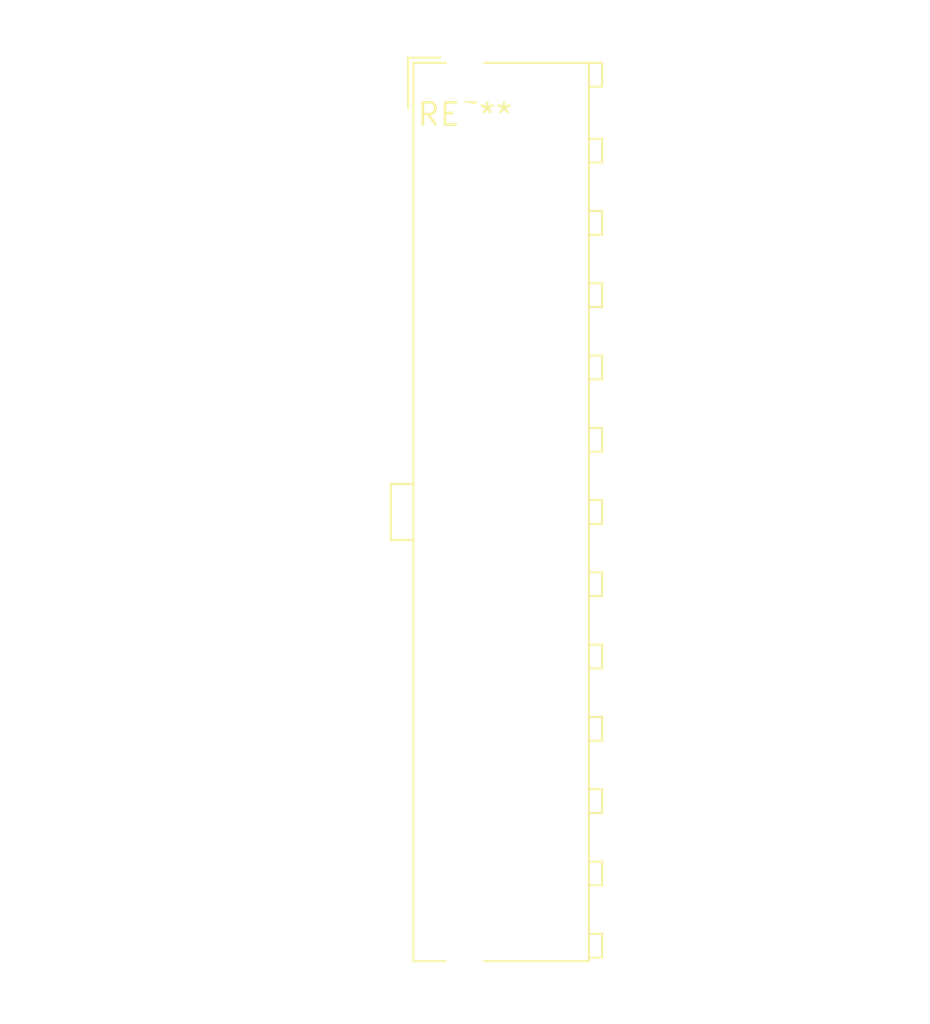
<source format=kicad_pcb>
(kicad_pcb (version 20240108) (generator pcbnew)
  (layers (0 "F.Cu" signal) (31 "B.Cu" signal) (34 "B.Paste" user) (35 "F.Paste" user) (36 "B.SilkS" user "B.Silkscreen") (37 "F.SilkS" user "F.Silkscreen") (38 "B.Mask" user) (39 "F.Mask" user) (44 "Edge.Cuts" user))
  (net 0 "")
  (footprint "TE_MATE-N-LOK_1-794072-x_2x12_P4.14mm_Vertical" (layer "F.Cu") (at 0 0)
    (property "Reference" "REF**")
    (property "Value" "TE_MATE-N-LOK_1-794072-x_2x12_P4.14mm_Vertical")
    (fp_line (start -4.255 21.16) (end -4.255 24.38) (layer "F.SilkS") (stroke (width 0.12)))
    (fp_line (start -4.255 24.38) (end -2.955 24.38) (layer "F.SilkS") (stroke (width 0.12)))
    (fp_line (start -3.255 -3.255) (end -3.255 -0.345) (layer "F.SilkS") (stroke (width 0.12)))
    (fp_line (start -2.955 -2.955) (end -2.955 48.495) (layer "F.SilkS") (stroke (width 0.12)))
    (fp_line (start -2.955 21.16) (end -4.255 21.16) (layer "F.SilkS") (stroke (width 0.12)))
    (fp_line (start -2.955 48.495) (end -1.103302 48.495) (layer "F.SilkS") (stroke (width 0.12)))
    (fp_line (start -1.42066 -3.255) (end -3.255 -3.255) (layer "F.SilkS") (stroke (width 0.12)))
    (fp_line (start -1.103302 -2.955) (end -2.955 -2.955) (layer "F.SilkS") (stroke (width 0.12)))
    (fp_line (start 1.103302 -2.955) (end 7.095 -2.955) (layer "F.SilkS") (stroke (width 0.12)))
    (fp_line (start 7.095 -2.955) (end 7.095 48.495) (layer "F.SilkS") (stroke (width 0.12)))
    (fp_line (start 7.095 -2.955) (end 7.855 -2.955) (layer "F.SilkS") (stroke (width 0.12)))
    (fp_line (start 7.095 1.39) (end 7.855 1.39) (layer "F.SilkS") (stroke (width 0.12)))
    (fp_line (start 7.095 5.53) (end 7.855 5.53) (layer "F.SilkS") (stroke (width 0.12)))
    (fp_line (start 7.095 9.67) (end 7.855 9.67) (layer "F.SilkS") (stroke (width 0.12)))
    (fp_line (start 7.095 13.81) (end 7.855 13.81) (layer "F.SilkS") (stroke (width 0.12)))
    (fp_line (start 7.095 17.95) (end 7.855 17.95) (layer "F.SilkS") (stroke (width 0.12)))
    (fp_line (start 7.095 22.09) (end 7.855 22.09) (layer "F.SilkS") (stroke (width 0.12)))
    (fp_line (start 7.095 26.23) (end 7.855 26.23) (layer "F.SilkS") (stroke (width 0.12)))
    (fp_line (start 7.095 30.37) (end 7.855 30.37) (layer "F.SilkS") (stroke (width 0.12)))
    (fp_line (start 7.095 34.51) (end 7.855 34.51) (layer "F.SilkS") (stroke (width 0.12)))
    (fp_line (start 7.095 38.65) (end 7.855 38.65) (layer "F.SilkS") (stroke (width 0.12)))
    (fp_line (start 7.095 42.79) (end 7.855 42.79) (layer "F.SilkS") (stroke (width 0.12)))
    (fp_line (start 7.095 46.93) (end 7.855 46.93) (layer "F.SilkS") (stroke (width 0.12)))
    (fp_line (start 7.095 48.495) (end 1.103302 48.495) (layer "F.SilkS") (stroke (width 0.12)))
    (fp_line (start 7.855 -2.955) (end 7.855 -1.595) (layer "F.SilkS") (stroke (width 0.12)))
    (fp_line (start 7.855 -1.595) (end 7.095 -1.595) (layer "F.SilkS") (stroke (width 0.12)))
    (fp_line (start 7.855 1.39) (end 7.855 2.75) (layer "F.SilkS") (stroke (width 0.12)))
    (fp_line (start 7.855 2.75) (end 7.095 2.75) (layer "F.SilkS") (stroke (width 0.12)))
    (fp_line (start 7.855 5.53) (end 7.855 6.89) (layer "F.SilkS") (stroke (width 0.12)))
    (fp_line (start 7.855 6.89) (end 7.095 6.89) (layer "F.SilkS") (stroke (width 0.12)))
    (fp_line (start 7.855 9.67) (end 7.855 11.03) (layer "F.SilkS") (stroke (width 0.12)))
    (fp_line (start 7.855 11.03) (end 7.095 11.03) (layer "F.SilkS") (stroke (width 0.12)))
    (fp_line (start 7.855 13.81) (end 7.855 15.17) (layer "F.SilkS") (stroke (width 0.12)))
    (fp_line (start 7.855 15.17) (end 7.095 15.17) (layer "F.SilkS") (stroke (width 0.12)))
    (fp_line (start 7.855 17.95) (end 7.855 19.31) (layer "F.SilkS") (stroke (width 0.12)))
    (fp_line (start 7.855 19.31) (end 7.095 19.31) (layer "F.SilkS") (stroke (width 0.12)))
    (fp_line (start 7.855 22.09) (end 7.855 23.45) (layer "F.SilkS") (stroke (width 0.12)))
    (fp_line (start 7.855 23.45) (end 7.095 23.45) (layer "F.SilkS") (stroke (width 0.12)))
    (fp_line (start 7.855 26.23) (end 7.855 27.59) (layer "F.SilkS") (stroke (width 0.12)))
    (fp_line (start 7.855 27.59) (end 7.095 27.59) (layer "F.SilkS") (stroke (width 0.12)))
    (fp_line (start 7.855 30.37) (end 7.855 31.73) (layer "F.SilkS") (stroke (width 0.12)))
    (fp_line (start 7.855 31.73) (end 7.095 31.73) (layer "F.SilkS") (stroke (width 0.12)))
    (fp_line (start 7.855 34.51) (end 7.855 35.87) (layer "F.SilkS") (stroke (width 0.12)))
    (fp_line (start 7.855 35.87) (end 7.095 35.87) (layer "F.SilkS") (stroke (width 0.12)))
    (fp_line (start 7.855 38.65) (end 7.855 40.01) (layer "F.SilkS") (stroke (width 0.12)))
    (fp_line (start 7.855 40.01) (end 7.095 40.01) (layer "F.SilkS") (stroke (width 0.12)))
    (fp_line (start 7.855 42.79) (end 7.855 44.15) (layer "F.SilkS") (stroke (width 0.12)))
    (fp_line (start 7.855 44.15) (end 7.095 44.15) (layer "F.SilkS") (stroke (width 0.12)))
    (fp_line (start 7.855 46.93) (end 7.855 48.29) (layer "F.SilkS") (stroke (width 0.12)))
    (fp_line (start 7.855 48.29) (end 7.095 48.29) (layer "F.SilkS") (stroke (width 0.12)))
    (pad "" np_thru_hole circle (at 0 -4.44) (size 3.18 3.18) (drill 3.18) (layers *.Cu *.Mask))
    (pad "" np_thru_hole circle (at 0 49.98) (size 3.18 3.18) (drill 3.18) (layers *.Cu *.Mask))
    (pad "1" thru_hole roundrect (at 0 0) (size 2.64 2.64) (drill 1.4) (layers *.Cu *.Mask) (remove_unused_layers) (roundrect_rratio 0.094697))
    (pad "2" thru_hole circle (at 0 4.14) (size 2.64 2.64) (drill 1.4) (layers *.Cu *.Mask) (remove_unused_layers))
    (pad "3" thru_hole circle (at 0 8.28) (size 2.64 2.64) (drill 1.4) (layers *.Cu *.Mask) (remove_unused_layers))
    (pad "4" thru_hole circle (at 0 12.42) (size 2.64 2.64) (drill 1.4) (layers *.Cu *.Mask) (remove_unused_layers))
    (pad "5" thru_hole circle (at 0 16.56) (size 2.64 2.64) (drill 1.4) (layers *.Cu *.Mask) (remove_unused_layers))
    (pad "6" thru_hole circle (at 0 20.7) (size 2.64 2.64) (drill 1.4) (layers *.Cu *.Mask) (remove_unused_layers))
    (pad "7" thru_hole circle (at 0 24.84) (size 2.64 2.64) (drill 1.4) (layers *.Cu *.Mask) (remove_unused_layers))
    (pad "8" thru_hole circle (at 0 28.98) (size 2.64 2.64) (drill 1.4) (layers *.Cu *.Mask) (remove_unused_layers))
    (pad "9" thru_hole circle (at 0 33.12) (size 2.64 2.64) (drill 1.4) (layers *.Cu *.Mask) (remove_unused_layers))
    (pad "10" thru_hole circle (at 0 37.26) (size 2.64 2.64) (drill 1.4) (layers *.Cu *.Mask) (remove_unused_layers))
    (pad "11" thru_hole circle (at 0 41.4) (size 2.64 2.64) (drill 1.4) (layers *.Cu *.Mask) (remove_unused_layers))
    (pad "12" thru_hole circle (at 0 45.54) (size 2.64 2.64) (drill 1.4) (layers *.Cu *.Mask) (remove_unused_layers))
    (pad "13" thru_hole circle (at 4.14 0) (size 2.64 2.64) (drill 1.4) (layers *.Cu *.Mask) (remove_unused_layers))
    (pad "14" thru_hole circle (at 4.14 4.14) (size 2.64 2.64) (drill 1.4) (layers *.Cu *.Mask) (remove_unused_layers))
    (pad "15" thru_hole circle (at 4.14 8.28) (size 2.64 2.64) (drill 1.4) (layers *.Cu *.Mask) (remove_unused_layers))
    (pad "16" thru_hole circle (at 4.14 12.42) (size 2.64 2.64) (drill 1.4) (layers *.Cu *.Mask) (remove_unused_layers))
    (pad "17" thru_hole circle (at 4.14 16.56) (size 2.64 2.64) (drill 1.4) (layers *.Cu *.Mask) (remove_unused_layers))
    (pad "18" thru_hole circle (at 4.14 20.7) (size 2.64 2.64) (drill 1.4) (layers *.Cu *.Mask) (remove_unused_layers))
    (pad "19" thru_hole circle (at 4.14 24.84) (size 2.64 2.64) (drill 1.4) (layers *.Cu *.Mask) (remove_unused_layers))
    (pad "20" thru_hole circle (at 4.14 28.98) (size 2.64 2.64) (drill 1.4) (layers *.Cu *.Mask) (remove_unused_layers))
    (pad "21" thru_hole circle (at 4.14 33.12) (size 2.64 2.64) (drill 1.4) (layers *.Cu *.Mask) (remove_unused_layers))
    (pad "22" thru_hole circle (at 4.14 37.26) (size 2.64 2.64) (drill 1.4) (layers *.Cu *.Mask) (remove_unused_layers))
    (pad "23" thru_hole circle (at 4.14 41.4) (size 2.64 2.64) (drill 1.4) (layers *.Cu *.Mask) (remove_unused_layers))
    (pad "24" thru_hole circle (at 4.14 45.54) (size 2.64 2.64) (drill 1.4) (layers *.Cu *.Mask) (remove_unused_layers))
  )
)
</source>
